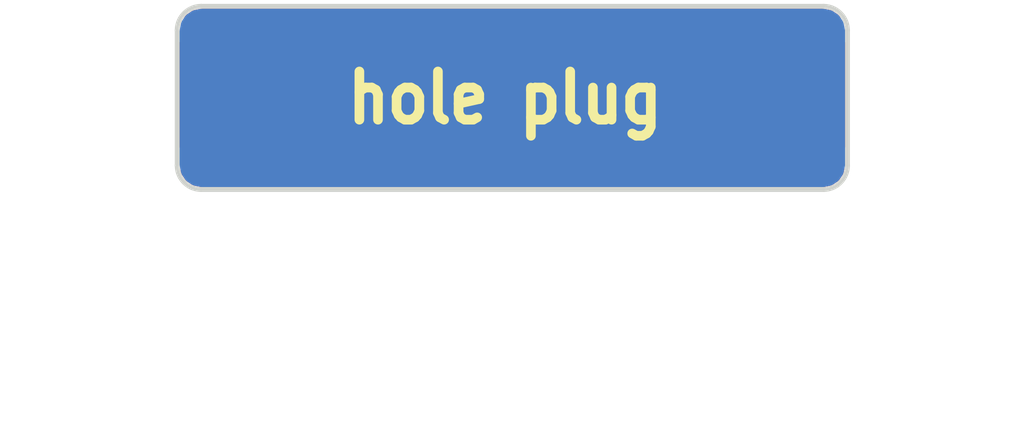
<source format=kicad_pcb>
(kicad_pcb (version 4) (host pcbnew "(2016-07-22 BZR 6991, Git 146a78a)-product")

  (general
    (links 1)
    (no_connects 0)
    (area 56.574999 115.499999 70.575001 119.400001)
    (thickness 1.6)
    (drawings 29)
    (tracks 1)
    (zones 0)
    (modules 3)
    (nets 2)
  )

  (page A4)
  (layers
    (0 F.Cu signal)
    (31 B.Cu signal)
    (32 B.Adhes user)
    (33 F.Adhes user)
    (34 B.Paste user)
    (35 F.Paste user)
    (36 B.SilkS user)
    (37 F.SilkS user)
    (38 B.Mask user)
    (39 F.Mask user)
    (40 Dwgs.User user)
    (41 Cmts.User user)
    (42 Eco1.User user)
    (43 Eco2.User user)
    (44 Edge.Cuts user)
    (45 Margin user)
    (46 B.CrtYd user)
    (47 F.CrtYd user)
    (48 B.Fab user)
    (49 F.Fab user)
  )

  (setup
    (last_trace_width 0.25)
    (trace_clearance 0.2)
    (zone_clearance 0)
    (zone_45_only yes)
    (trace_min 0.2)
    (segment_width 0.5)
    (edge_width 0.1)
    (via_size 0.8)
    (via_drill 0.4)
    (via_min_size 0.4)
    (via_min_drill 0.3)
    (uvia_size 0.3)
    (uvia_drill 0.1)
    (uvias_allowed no)
    (uvia_min_size 0.2)
    (uvia_min_drill 0.1)
    (pcb_text_width 0.3)
    (pcb_text_size 1.5 1.5)
    (mod_edge_width 0.15)
    (mod_text_size 1 1)
    (mod_text_width 0.15)
    (pad_size 1.2 2.2)
    (pad_drill 0)
    (pad_to_mask_clearance 0)
    (aux_axis_origin 56.42 115.36)
    (grid_origin 56.42 115.36)
    (visible_elements 7FFFFFFF)
    (pcbplotparams
      (layerselection 0x010f0_ffffffff)
      (usegerberextensions true)
      (excludeedgelayer true)
      (linewidth 0.150000)
      (plotframeref false)
      (viasonmask false)
      (mode 1)
      (useauxorigin true)
      (hpglpennumber 1)
      (hpglpenspeed 20)
      (hpglpendiameter 15)
      (psnegative false)
      (psa4output false)
      (plotreference false)
      (plotvalue false)
      (plotinvisibletext false)
      (padsonsilk false)
      (subtractmaskfromsilk true)
      (outputformat 1)
      (mirror false)
      (drillshape 0)
      (scaleselection 1)
      (outputdirectory Gerber/20160819_hole_plug_2/))
  )

  (net 0 "")
  (net 1 GND)

  (net_class Default "This is the default net class."
    (clearance 0.2)
    (trace_width 0.25)
    (via_dia 0.8)
    (via_drill 0.4)
    (uvia_dia 0.3)
    (uvia_drill 0.1)
    (add_net GND)
  )

  (module Connect:1pin (layer B.Cu) (tedit 57D431F1) (tstamp 57D431C0)
    (at 63.595 116.56 270)
    (descr "module 1 pin (ou trou mecanique de percage)")
    (tags DEV)
    (fp_text reference REF** (at 0 4.175 270) (layer B.SilkS) hide
      (effects (font (size 1 1) (thickness 0.15)) (justify mirror))
    )
    (fp_text value 1pin (at 2.5 -0.025 270) (layer B.Fab)
      (effects (font (size 1 1) (thickness 0.15)) (justify mirror))
    )
    (pad 1 smd roundrect (at 0 0 270) (size 1.2 2.2) (layers B.Cu)(roundrect_rratio 0.1)
      (net 1 GND) (zone_connect 2) (thermal_width 0.5) (thermal_gap 0.3))
  )

  (module Connect:1pin (layer F.Cu) (tedit 57D4301C) (tstamp 57D43025)
    (at 57.195 117.385)
    (descr "module 1 pin (ou trou mecanique de percage)")
    (tags DEV)
    (fp_text reference REF** (at 0 -4.175) (layer F.SilkS) hide
      (effects (font (size 1 1) (thickness 0.15)))
    )
    (fp_text value 1pin (at -2.5 0.275) (layer F.Fab)
      (effects (font (size 1 1) (thickness 0.15)))
    )
    (pad 1 smd roundrect (at 0 0) (size 1.2 2.2) (layers F.Cu F.Mask)(roundrect_rratio 0.1)
      (net 1 GND) (zone_connect 1) (thermal_width 0.5) (thermal_gap 0.3))
  )

  (module Connect:1pin (layer F.Cu) (tedit 57D4301C) (tstamp 57D427FA)
    (at 69.945 117.385)
    (descr "module 1 pin (ou trou mecanique de percage)")
    (tags DEV)
    (fp_text reference REF** (at 0 -4.175) (layer F.SilkS) hide
      (effects (font (size 1 1) (thickness 0.15)))
    )
    (fp_text value 1pin (at 2.5 0.025) (layer F.Fab)
      (effects (font (size 1 1) (thickness 0.15)))
    )
    (pad 1 smd roundrect (at 0 0) (size 1.2 2.2) (layers F.Cu F.Mask)(roundrect_rratio 0.1)
      (net 1 GND) (zone_connect 1) (thermal_width 0.5) (thermal_gap 0.3))
  )

  (gr_text "hole plug" (at 63.425 117.45) (layer F.SilkS) (tstamp 57B64DB5)
    (effects (font (size 1 0.9) (thickness 0.2)))
  )
  (gr_line (start 57.125 119.35) (end 70.025 119.35) (layer Edge.Cuts) (width 0.1))
  (gr_line (start 56.625 116.05) (end 56.625 118.85) (layer Edge.Cuts) (width 0.1))
  (gr_line (start 70.025 115.55) (end 57.125 115.55) (layer Edge.Cuts) (width 0.1))
  (gr_line (start 70.525 118.85) (end 70.525 116.05) (layer Edge.Cuts) (width 0.1))
  (gr_arc (start 70.025 118.85) (end 70.525 118.85) (angle 90) (layer Edge.Cuts) (width 0.1) (tstamp 57B64C9E))
  (gr_arc (start 70.025 116.05) (end 70.025 115.55) (angle 90) (layer Edge.Cuts) (width 0.1) (tstamp 57B64C94))
  (gr_arc (start 57.125 116.05) (end 56.625 116.05) (angle 90) (layer Edge.Cuts) (width 0.1) (tstamp 57B64C86))
  (gr_arc (start 57.125 118.85) (end 57.125 119.35) (angle 90) (layer Edge.Cuts) (width 0.1) (tstamp 57B64C75))
  (gr_line (start 69.913521 119.199078) (end 57.413521 119.199078) (layer Dwgs.User) (width 0.1))
  (gr_line (start 57.413521 119.199078) (end 57.413521 124.199078) (layer Dwgs.User) (width 0.1))
  (gr_line (start 69.913521 124.199078) (end 69.913521 119.199078) (layer Dwgs.User) (width 0.1))
  (gr_line (start 57.413521 124.199078) (end 69.913521 124.199078) (layer Dwgs.User) (width 0.1))
  (gr_line (start 70.608536 119.540521) (end 70.608536 115.480749) (layer Dwgs.User) (width 0.1))
  (gr_line (start 56.543957 119.540521) (end 70.608536 119.540521) (layer Dwgs.User) (width 0.1))
  (gr_line (start 56.543957 115.480749) (end 56.543957 119.540521) (layer Dwgs.User) (width 0.1))
  (gr_line (start 70.608536 115.480749) (end 56.543957 115.480749) (layer Dwgs.User) (width 0.1))
  (gr_line (start 70.396626 119.272938) (end 70.396626 115.83049) (layer Dwgs.User) (width 0.1))
  (gr_line (start 56.751611 115.83049) (end 56.751611 119.272938) (layer Dwgs.User) (width 0.1))
  (gr_line (start 56.751611 119.272938) (end 70.396626 119.272938) (layer Dwgs.User) (width 0.1))
  (gr_line (start 70.396626 115.83049) (end 56.751611 115.83049) (layer Dwgs.User) (width 0.1))
  (gr_line (start 70.271898 119.28539) (end 56.851404 119.28539) (layer Dwgs.User) (width 0.1))
  (gr_line (start 69.648749 123.919269) (end 69.648749 119.400409) (layer Dwgs.User) (width 0.1))
  (gr_line (start 69.648749 119.400409) (end 57.662449 119.400409) (layer Dwgs.User) (width 0.1))
  (gr_line (start 57.662449 119.400409) (end 57.662449 123.919269) (layer Dwgs.User) (width 0.1))
  (gr_line (start 57.662449 123.919269) (end 69.648749 123.919269) (layer Dwgs.User) (width 0.1))
  (gr_line (start 56.851404 121.256057) (end 70.271898 121.256057) (layer Dwgs.User) (width 0.1))
  (gr_line (start 70.271898 121.256057) (end 70.271898 119.28539) (layer Dwgs.User) (width 0.1))
  (gr_line (start 56.851404 119.28539) (end 56.851404 121.256057) (layer Dwgs.User) (width 0.1))

  (segment (start 70.25 115.45) (end 56.95 115.45) (width 0.25) (layer Dwgs.User) (net 0))

  (zone (net 1) (net_name GND) (layer F.Cu) (tstamp 57B64E0F) (hatch edge 0.508)
    (connect_pads yes (clearance 0))
    (min_thickness 0.254)
    (fill yes (arc_segments 16) (thermal_gap 0.508) (thermal_bridge_width 0.508))
    (polygon
      (pts
        (xy 56.595 119.41) (xy 70.62 119.46) (xy 70.675 115.42) (xy 56.508218 115.44276)
      )
    )
    (filled_polygon
      (pts
        (xy 70.147278 115.75479) (xy 70.250943 115.824057) (xy 70.273623 115.858) (xy 70.17475 115.858) (xy 70.068 115.96475)
        (xy 70.068 117.262) (xy 70.088 117.262) (xy 70.088 117.508) (xy 70.068 117.508) (xy 70.068 118.80525)
        (xy 70.17475 118.912) (xy 70.3322 118.912) (xy 70.32021 118.972278) (xy 70.250943 119.075943) (xy 70.147278 119.14521)
        (xy 70.007567 119.173) (xy 57.142433 119.173) (xy 57.002722 119.14521) (xy 56.899057 119.075943) (xy 56.82979 118.972278)
        (xy 56.8178 118.912) (xy 56.96525 118.912) (xy 57.072 118.80525) (xy 57.072 117.508) (xy 57.318 117.508)
        (xy 57.318 118.80525) (xy 57.42475 118.912) (xy 57.879935 118.912) (xy 58.036876 118.846993) (xy 58.156993 118.726876)
        (xy 58.222 118.569936) (xy 58.222 117.61475) (xy 68.918 117.61475) (xy 68.918 118.569936) (xy 68.983007 118.726876)
        (xy 69.103124 118.846993) (xy 69.260065 118.912) (xy 69.71525 118.912) (xy 69.822 118.80525) (xy 69.822 117.508)
        (xy 69.02475 117.508) (xy 68.918 117.61475) (xy 58.222 117.61475) (xy 58.11525 117.508) (xy 57.318 117.508)
        (xy 57.072 117.508) (xy 57.052 117.508) (xy 57.052 117.262) (xy 57.072 117.262) (xy 57.072 115.96475)
        (xy 57.318 115.96475) (xy 57.318 117.262) (xy 58.11525 117.262) (xy 58.222 117.15525) (xy 58.222 116.200064)
        (xy 68.918 116.200064) (xy 68.918 117.15525) (xy 69.02475 117.262) (xy 69.822 117.262) (xy 69.822 115.96475)
        (xy 69.71525 115.858) (xy 69.260065 115.858) (xy 69.103124 115.923007) (xy 68.983007 116.043124) (xy 68.918 116.200064)
        (xy 58.222 116.200064) (xy 58.156993 116.043124) (xy 58.036876 115.923007) (xy 57.879935 115.858) (xy 57.42475 115.858)
        (xy 57.318 115.96475) (xy 57.072 115.96475) (xy 56.96525 115.858) (xy 56.876377 115.858) (xy 56.899057 115.824057)
        (xy 57.002722 115.75479) (xy 57.142433 115.727) (xy 70.007567 115.727)
      )
    )
  )
  (zone (net 1) (net_name GND) (layer B.Cu) (tstamp 57D4304D) (hatch edge 0.508)
    (connect_pads yes (clearance 0))
    (min_thickness 0.254)
    (fill yes (arc_segments 16) (thermal_gap 0.508) (thermal_bridge_width 0.508))
    (polygon
      (pts
        (xy 56.495 115.435) (xy 70.67 115.435) (xy 70.645 119.585) (xy 56.52 119.535)
      )
    )
    (filled_polygon
      (pts
        (xy 70.147278 115.75479) (xy 70.250943 115.824057) (xy 70.32021 115.927722) (xy 70.348 116.067433) (xy 70.348 118.832567)
        (xy 70.32021 118.972278) (xy 70.250943 119.075943) (xy 70.147278 119.14521) (xy 70.007567 119.173) (xy 57.142433 119.173)
        (xy 57.002722 119.14521) (xy 56.899057 119.075943) (xy 56.82979 118.972278) (xy 56.802 118.832567) (xy 56.802 116.067433)
        (xy 56.82979 115.927722) (xy 56.899057 115.824057) (xy 57.002722 115.75479) (xy 57.142433 115.727) (xy 70.007567 115.727)
      )
    )
  )
)

</source>
